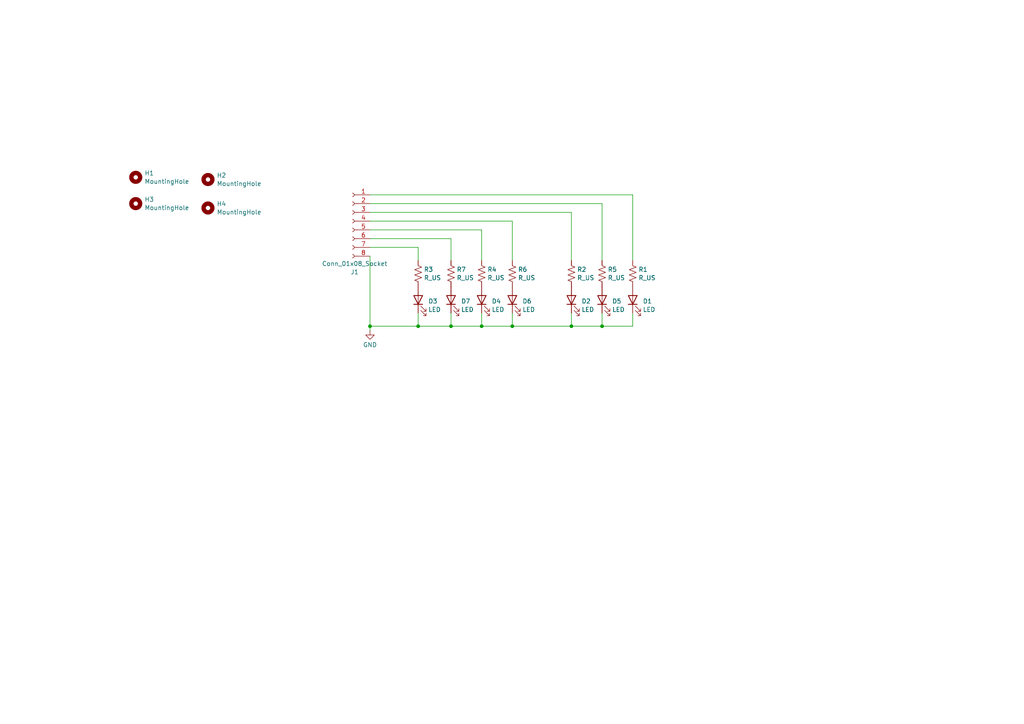
<source format=kicad_sch>
(kicad_sch (version 20230121) (generator eeschema)
  (paper "A4")
  (lib_symbols
    (symbol "Connector:Conn_01x08_Socket" (pin_names (offset 1.016) hide)
      (property "Reference" "J" (at 0 10.16 0))
      (property "Value" "Conn_01x08_Socket" (at 0 -12.7 0))
      (symbol "Conn_01x08_Socket_1_1"
        (arc (start 0 -9.652) (mid -0.5058 -10.16) (end 0 -10.668) (stroke (width 0.1524)))
        (arc (start 0 -7.112) (mid -0.5058 -7.62) (end 0 -8.128) (stroke (width 0.1524)))
        (arc (start 0 -4.572) (mid -0.5058 -5.08) (end 0 -5.588) (stroke (width 0.1524)))
        (arc (start 0 -2.032) (mid -0.5058 -2.54) (end 0 -3.048) (stroke (width 0.1524)))
        (polyline (pts (xy -1.27 -10.16) (xy -0.508 -10.16)) (stroke (width 0.1524)))
        (polyline (pts (xy -1.27 -7.62) (xy -0.508 -7.62)) (stroke (width 0.1524)))
        (polyline (pts (xy -1.27 -5.08) (xy -0.508 -5.08)) (stroke (width 0.1524)))
        (polyline (pts (xy -1.27 -2.54) (xy -0.508 -2.54)) (stroke (width 0.1524)))
        (polyline (pts (xy -1.27 0) (xy -0.508 0)) (stroke (width 0.1524)))
        (polyline (pts (xy -1.27 2.54) (xy -0.508 2.54)) (stroke (width 0.1524)))
        (polyline (pts (xy -1.27 5.08) (xy -0.508 5.08)) (stroke (width 0.1524)))
        (polyline (pts (xy -1.27 7.62) (xy -0.508 7.62)) (stroke (width 0.1524)))
        (arc (start 0 0.508) (mid -0.5058 0) (end 0 -0.508) (stroke (width 0.1524)))
        (arc (start 0 3.048) (mid -0.5058 2.54) (end 0 2.032) (stroke (width 0.1524)))
        (arc (start 0 5.588) (mid -0.5058 5.08) (end 0 4.572) (stroke (width 0.1524)))
        (arc (start 0 8.128) (mid -0.5058 7.62) (end 0 7.112) (stroke (width 0.1524)))
        (pin passive line (at -5.08 7.62 0) (length 3.81) (name "Pin_1") (number "1"))
        (pin passive line (at -5.08 5.08 0) (length 3.81) (name "Pin_2") (number "2"))
        (pin passive line (at -5.08 2.54 0) (length 3.81) (name "Pin_3") (number "3"))
        (pin passive line (at -5.08 0 0) (length 3.81) (name "Pin_4") (number "4"))
        (pin passive line (at -5.08 -2.54 0) (length 3.81) (name "Pin_5") (number "5"))
        (pin passive line (at -5.08 -5.08 0) (length 3.81) (name "Pin_6") (number "6"))
        (pin passive line (at -5.08 -7.62 0) (length 3.81) (name "Pin_7") (number "7"))
        (pin passive line (at -5.08 -10.16 0) (length 3.81) (name "Pin_8") (number "8"))
      )
    )
    (symbol "Device:LED" (pin_numbers hide) (pin_names (offset 1.016) hide)
      (property "Reference" "D" (at 0 2.54 0))
      (property "Value" "LED" (at 0 -2.54 0))
      (symbol "LED_0_1"
        (polyline (pts (xy -1.27 -1.27) (xy -1.27 1.27)) (stroke (width 0.254)))
        (polyline (pts (xy -1.27 0) (xy 1.27 0)))
        (polyline (pts (xy 1.27 -1.27) (xy 1.27 1.27) (xy -1.27 0) (xy 1.27 -1.27)) (stroke (width 0.254)))
        (polyline (pts (xy -3.048 -0.762) (xy -4.572 -2.286) (xy -3.81 -2.286) (xy -4.572 -2.286) (xy -4.572 -1.524)))
        (polyline (pts (xy -1.778 -0.762) (xy -3.302 -2.286) (xy -2.54 -2.286) (xy -3.302 -2.286) (xy -3.302 -1.524)))
      )
      (symbol "LED_1_1"
        (pin passive line (at -3.81 0 0) (length 2.54) (name "K") (number "1"))
        (pin passive line (at 3.81 0 180) (length 2.54) (name "A") (number "2"))
      )
    )
    (symbol "Device:R_US" (pin_numbers hide) (pin_names (offset 0))
      (property "Reference" "R" (at 2.54 0 90))
      (property "Value" "R_US" (at -2.54 0 90))
      (symbol "R_US_0_1"
        (polyline (pts (xy 0 -2.286) (xy 0 -2.54)))
        (polyline (pts (xy 0 2.286) (xy 0 2.54)))
        (polyline (pts (xy 0 -0.762) (xy 1.016 -1.143) (xy 0 -1.524) (xy -1.016 -1.905) (xy 0 -2.286)))
        (polyline (pts (xy 0 0.762) (xy 1.016 0.381) (xy 0 0) (xy -1.016 -0.381) (xy 0 -0.762)))
        (polyline (pts (xy 0 2.286) (xy 1.016 1.905) (xy 0 1.524) (xy -1.016 1.143) (xy 0 0.762)))
      )
      (symbol "R_US_1_1"
        (pin passive line (at 0 3.81 270) (length 1.27) (name "~") (number "1"))
        (pin passive line (at 0 -3.81 90) (length 1.27) (name "~") (number "2"))
      )
    )
    (symbol "Mechanical:MountingHole" (pin_names (offset 1.016))
      (property "Reference" "H" (at 0 5.08 0))
      (property "Value" "MountingHole" (at 0 3.175 0))
      (symbol "MountingHole_0_1"
        (circle (center 0 0) (radius 1.27) (stroke (width 1.27)))
      )
    )
    (symbol "power:GND" (power) (pin_names (offset 0))
      (property "Value" "GND" (at 0 -3.81 0))
      (symbol "GND_0_1"
        (polyline (pts (xy 0 0) (xy 0 -1.27) (xy 1.27 -1.27) (xy 0 -2.54) (xy -1.27 -1.27) (xy 0 -1.27)))
      )
      (symbol "GND_1_1"
        (pin power_in line (at 0 0 270) (length 0) hide (name "GND") (number "1"))
      )
    )
  )
  (junction (at 107.315 94.615))
  (junction (at 139.7 94.615))
  (junction (at 174.625 94.615))
  (junction (at 165.735 94.615))
  (junction (at 121.285 94.615))
  (junction (at 130.81 94.615))
  (junction (at 148.59 94.615))
  (wire (pts (xy 121.285 71.755) (xy 121.285 75.565)))
  (wire (pts (xy 107.315 94.615) (xy 107.315 95.885)))
  (wire (pts (xy 107.315 64.135) (xy 148.59 64.135)))
  (wire (pts (xy 107.315 74.295) (xy 107.315 94.615)))
  (wire (pts (xy 107.315 94.615) (xy 121.285 94.615)))
  (wire (pts (xy 121.285 94.615) (xy 130.81 94.615)))
  (wire (pts (xy 130.81 90.805) (xy 130.81 94.615)))
  (wire (pts (xy 174.625 59.055) (xy 174.625 75.565)))
  (wire (pts (xy 174.625 94.615) (xy 183.515 94.615)))
  (wire (pts (xy 121.285 90.805) (xy 121.285 94.615)))
  (wire (pts (xy 139.7 94.615) (xy 148.59 94.615)))
  (wire (pts (xy 165.735 94.615) (xy 174.625 94.615)))
  (wire (pts (xy 107.315 66.675) (xy 139.7 66.675)))
  (wire (pts (xy 139.7 66.675) (xy 139.7 75.565)))
  (wire (pts (xy 107.315 56.515) (xy 183.515 56.515)))
  (wire (pts (xy 107.315 61.595) (xy 165.735 61.595)))
  (wire (pts (xy 165.735 61.595) (xy 165.735 75.565)))
  (wire (pts (xy 107.315 69.215) (xy 130.81 69.215)))
  (wire (pts (xy 183.515 56.515) (xy 183.515 75.565)))
  (wire (pts (xy 148.59 90.805) (xy 148.59 94.615)))
  (wire (pts (xy 139.7 90.805) (xy 139.7 94.615)))
  (wire (pts (xy 174.625 90.805) (xy 174.625 94.615)))
  (wire (pts (xy 148.59 64.135) (xy 148.59 75.565)))
  (wire (pts (xy 130.81 69.215) (xy 130.81 75.565)))
  (wire (pts (xy 107.315 59.055) (xy 174.625 59.055)))
  (wire (pts (xy 107.315 71.755) (xy 121.285 71.755)))
  (wire (pts (xy 130.81 94.615) (xy 139.7 94.615)))
  (wire (pts (xy 165.735 90.805) (xy 165.735 94.615)))
  (wire (pts (xy 183.515 94.615) (xy 183.515 90.805)))
  (wire (pts (xy 148.59 94.615) (xy 165.735 94.615)))
  (symbol (lib_id "Device:R_US") (at 130.81 79.375 0) (unit 1)
    (property "Reference" "R7" (at 132.461 78.1629 0) (effects (justify left)))
    (property "Value" "R_US" (at 132.461 80.5871 0) (effects (justify left)))
    (property "Footprint" "Resistor_SMD:R_0603_1608Metric" (effects hide))
  )
  (symbol (lib_id "Device:LED") (at 121.285 86.995 90) (unit 1)
    (property "Reference" "D3" (at 124.206 87.3704 90) (effects (justify right)))
    (property "Value" "LED" (at 124.206 89.7946 90) (effects (justify right)))
    (property "Footprint" "LED_SMD:LED_0603_1608Metric" (effects hide))
  )
  (symbol (lib_id "Connector:Conn_01x08_Socket") (at 102.235 64.135 0) (mirror y) (unit 1)
    (property "Reference" "J1" (at 102.87 78.8965 0))
    (property "Value" "Conn_01x08_Socket" (at 102.87 76.4723 0))
    (property "Footprint" "Connector_PinSocket_1.00mm:PinSocket_2x04_P1.00mm_Vertical_SMD" (effects hide))
  )
  (symbol (lib_id "Device:LED") (at 148.59 86.995 90) (unit 1)
    (property "Reference" "D6" (at 151.511 87.3704 90) (effects (justify right)))
    (property "Value" "LED" (at 151.511 89.7946 90) (effects (justify right)))
    (property "Footprint" "LED_SMD:LED_0603_1608Metric" (effects hide))
  )
  (symbol (lib_id "Device:LED") (at 139.7 86.995 90) (unit 1)
    (property "Reference" "D4" (at 142.621 87.3704 90) (effects (justify right)))
    (property "Value" "LED" (at 142.621 89.7946 90) (effects (justify right)))
    (property "Footprint" "LED_SMD:LED_0603_1608Metric" (effects hide))
  )
  (symbol (lib_id "power:GND") (at 107.315 95.885 0) (unit 1)
    (property "Reference" "#PWR01" (effects hide))
    (property "Value" "GND" (at 107.315 100.0181 0))
  )
  (symbol (lib_id "Mechanical:MountingHole") (at 39.37 51.435 0) (unit 1)
    (property "Reference" "H1" (at 41.91 50.2229 0) (effects (justify left)))
    (property "Value" "MountingHole" (at 41.91 52.6471 0) (effects (justify left)))
    (property "Footprint" "MountingHole:MountingHole_2.2mm_M2" (effects hide))
  )
  (symbol (lib_id "Device:R_US") (at 183.515 79.375 0) (unit 1)
    (property "Reference" "R1" (at 185.166 78.1629 0) (effects (justify left)))
    (property "Value" "R_US" (at 185.166 80.5871 0) (effects (justify left)))
    (property "Footprint" "Resistor_SMD:R_0603_1608Metric" (effects hide))
  )
  (symbol (lib_id "Device:R_US") (at 165.735 79.375 0) (unit 1)
    (property "Reference" "R2" (at 167.386 78.1629 0) (effects (justify left)))
    (property "Value" "R_US" (at 167.386 80.5871 0) (effects (justify left)))
    (property "Footprint" "Resistor_SMD:R_0603_1608Metric" (effects hide))
  )
  (symbol (lib_id "Device:LED") (at 165.735 86.995 90) (unit 1)
    (property "Reference" "D2" (at 168.656 87.3704 90) (effects (justify right)))
    (property "Value" "LED" (at 168.656 89.7946 90) (effects (justify right)))
    (property "Footprint" "LED_SMD:LED_0603_1608Metric" (effects hide))
  )
  (symbol (lib_id "Device:R_US") (at 121.285 79.375 0) (unit 1)
    (property "Reference" "R3" (at 122.936 78.1629 0) (effects (justify left)))
    (property "Value" "R_US" (at 122.936 80.5871 0) (effects (justify left)))
    (property "Footprint" "Resistor_SMD:R_0603_1608Metric" (effects hide))
  )
  (symbol (lib_id "Mechanical:MountingHole") (at 60.325 52.07 0) (unit 1)
    (property "Reference" "H2" (at 62.865 50.8579 0) (effects (justify left)))
    (property "Value" "MountingHole" (at 62.865 53.2821 0) (effects (justify left)))
    (property "Footprint" "MountingHole:MountingHole_2.2mm_M2" (effects hide))
  )
  (symbol (lib_id "Device:R_US") (at 174.625 79.375 0) (unit 1)
    (property "Reference" "R5" (at 176.276 78.1629 0) (effects (justify left)))
    (property "Value" "R_US" (at 176.276 80.5871 0) (effects (justify left)))
    (property "Footprint" "Resistor_SMD:R_0603_1608Metric" (effects hide))
  )
  (symbol (lib_id "Device:LED") (at 183.515 86.995 90) (unit 1)
    (property "Reference" "D1" (at 186.436 87.3704 90) (effects (justify right)))
    (property "Value" "LED" (at 186.436 89.7946 90) (effects (justify right)))
    (property "Footprint" "LED_SMD:LED_0603_1608Metric" (effects hide))
  )
  (symbol (lib_id "Mechanical:MountingHole") (at 60.325 60.325 0) (unit 1)
    (property "Reference" "H4" (at 62.865 59.1129 0) (effects (justify left)))
    (property "Value" "MountingHole" (at 62.865 61.5371 0) (effects (justify left)))
    (property "Footprint" "MountingHole:MountingHole_2.2mm_M2" (effects hide))
  )
  (symbol (lib_id "Mechanical:MountingHole") (at 39.37 59.055 0) (unit 1)
    (property "Reference" "H3" (at 41.91 57.8429 0) (effects (justify left)))
    (property "Value" "MountingHole" (at 41.91 60.2671 0) (effects (justify left)))
    (property "Footprint" "MountingHole:MountingHole_2.2mm_M2" (effects hide))
  )
  (symbol (lib_id "Device:LED") (at 174.625 86.995 90) (unit 1)
    (property "Reference" "D5" (at 177.546 87.3704 90) (effects (justify right)))
    (property "Value" "LED" (at 177.546 89.7946 90) (effects (justify right)))
    (property "Footprint" "LED_SMD:LED_0603_1608Metric" (effects hide))
  )
  (symbol (lib_id "Device:R_US") (at 148.59 79.375 0) (unit 1)
    (property "Reference" "R6" (at 150.241 78.1629 0) (effects (justify left)))
    (property "Value" "R_US" (at 150.241 80.5871 0) (effects (justify left)))
    (property "Footprint" "Resistor_SMD:R_0603_1608Metric" (effects hide))
  )
  (symbol (lib_id "Device:LED") (at 130.81 86.995 90) (unit 1)
    (property "Reference" "D7" (at 133.731 87.3704 90) (effects (justify right)))
    (property "Value" "LED" (at 133.731 89.7946 90) (effects (justify right)))
    (property "Footprint" "LED_SMD:LED_0603_1608Metric" (effects hide))
  )
  (symbol (lib_id "Device:R_US") (at 139.7 79.375 0) (unit 1)
    (property "Reference" "R4" (at 141.351 78.1629 0) (effects (justify left)))
    (property "Value" "R_US" (at 141.351 80.5871 0) (effects (justify left)))
    (property "Footprint" "Resistor_SMD:R_0603_1608Metric" (effects hide))
  )
)
</source>
